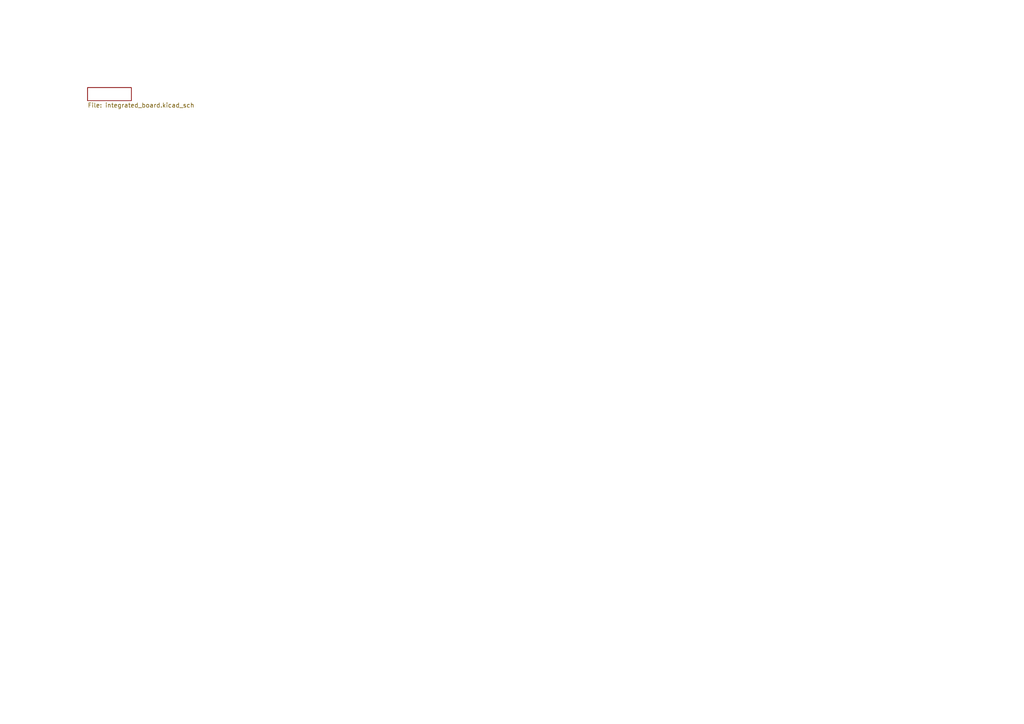
<source format=kicad_sch>
(kicad_sch
	(version 20250114)
	(generator "eeschema")
	(generator_version "9.0")
	(uuid "75162189-f3b5-466b-973f-a031ed024047")
	(paper "A4")
	(lib_symbols)
	(sheet
		(at 25.4 25.4)
		(size 12.7 3.81)
		(exclude_from_sim no)
		(in_bom yes)
		(on_board yes)
		(dnp no)
		(fields_autoplaced yes)
		(stroke
			(width 0)
			(type solid)
		)
		(fill
			(color 0 0 0 0.0000)
		)
		(uuid "59fe6888-7111-4699-ad63-bc6280aa3e63")
		(property "Sheetname" ""
			(at 25.4 24.6884 0)
			(effects
				(font
					(size 1.27 1.27)
				)
				(justify left bottom)
			)
		)
		(property "Sheetfile" "integrated_board.kicad_sch"
			(at 25.4 29.7946 0)
			(effects
				(font
					(size 1.27 1.27)
				)
				(justify left top)
			)
		)
		(instances
			(project "IntegratedBoard"
				(path "/75162189-f3b5-466b-973f-a031ed024047"
					(page "2")
				)
			)
		)
	)
	(sheet_instances
		(path "/"
			(page "#")
		)
	)
	(embedded_fonts no)
)

</source>
